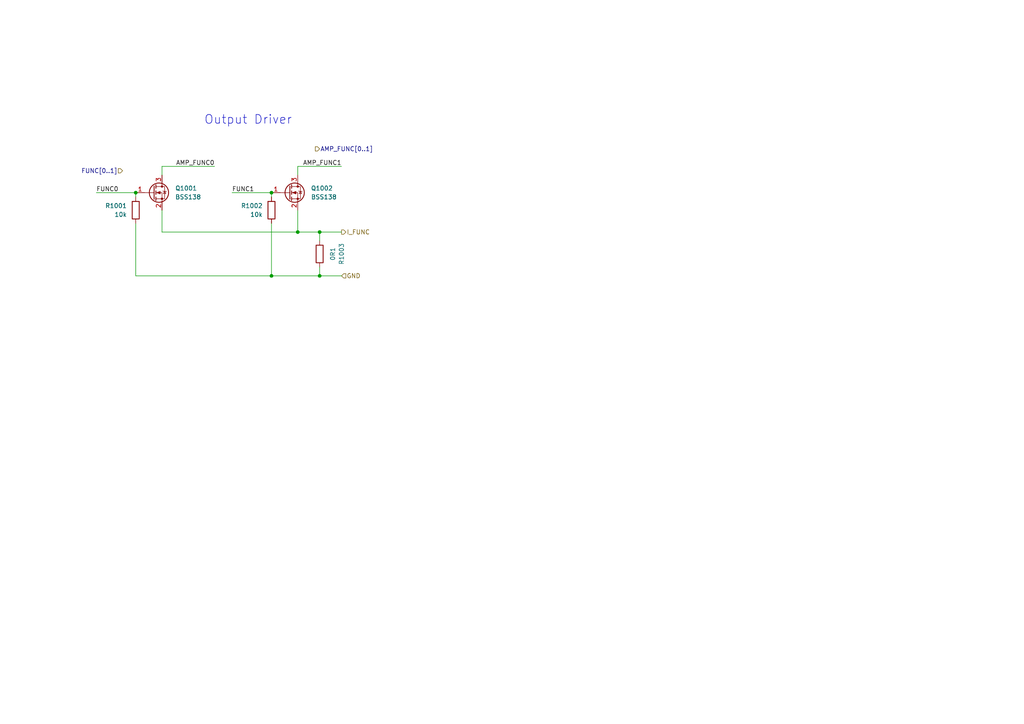
<source format=kicad_sch>
(kicad_sch (version 20231120) (generator "eeschema") (generator_version "8.0")
  (paper "A4")
  (title_block (title "xDuinoRail - RailcomDecoder - Development Kit \"Hermes\"") (date "2026-01-11") (rev "v1.0a") (company "Chatelain Engineering, Bern - CH"))
  (lib_symbols
    (symbol "Device:R" (pin_numbers hide) (pin_names (offset 0))
      (property "Reference" "R" (at 2.032 0 90))
      (property "Value" "R" (at 0 0 90))
      (symbol "R_0_1"
        (rectangle (start -1.016 -2.54) (end 1.016 2.54) (stroke (width 0.254)))
      )
      (symbol "R_1_1"
        (pin passive line (at 0 3.81 270) (length 1.27) (name "~") (number "1"))
        (pin passive line (at 0 -3.81 90) (length 1.27) (name "~") (number "2"))
      )
    )
    (symbol "Transistor_FET:BSS138" (pin_names hide)
      (property "Reference" "Q" (at 5.08 1.905 0))
      (property "Value" "BSS138" (at 5.08 0 0))
      (symbol "BSS138_0_1"
        (polyline (pts (xy 0.254 0) (xy -2.54 0)))
        (polyline (pts (xy 0.254 1.905) (xy 0.254 -1.905)) (stroke (width 0.254)))
        (polyline (pts (xy 0.762 -1.27) (xy 0.762 -2.286)) (stroke (width 0.254)))
        (polyline (pts (xy 0.762 0.508) (xy 0.762 -0.508)) (stroke (width 0.254)))
        (polyline (pts (xy 0.762 2.286) (xy 0.762 1.27)) (stroke (width 0.254)))
        (polyline (pts (xy 2.54 2.54) (xy 2.54 1.778)))
        (polyline (pts (xy 2.54 -2.54) (xy 2.54 0) (xy 0.762 0)))
        (polyline (pts (xy 0.762 -1.778) (xy 3.302 -1.778) (xy 3.302 1.778) (xy 0.762 1.778)))
        (polyline (pts (xy 1.016 0) (xy 2.032 0.381) (xy 2.032 -0.381) (xy 1.016 0)) (fill (type outline)))
        (polyline (pts (xy 2.794 0.508) (xy 2.921 0.381) (xy 3.683 0.381) (xy 3.81 0.254)))
        (polyline (pts (xy 3.302 0.381) (xy 2.921 -0.254) (xy 3.683 -0.254) (xy 3.302 0.381)))
        (circle (center 1.651 0) (radius 2.794) (stroke (width 0.254)))
        (circle (center 2.54 -1.778) (radius 0.254) (fill (type outline)))
        (circle (center 2.54 1.778) (radius 0.254) (fill (type outline)))
      )
      (symbol "BSS138_1_1"
        (pin input line (at -5.08 0 0) (length 2.54) (name "G") (number "1"))
        (pin passive line (at 2.54 -5.08 90) (length 2.54) (name "S") (number "2"))
        (pin passive line (at 2.54 5.08 270) (length 2.54) (name "D") (number "3"))
      )
    )
  )
  (junction (at 78.74 80.01))
  (junction (at 39.37 55.88))
  (junction (at 92.71 80.01))
  (junction (at 92.71 67.31))
  (junction (at 78.74 55.88))
  (junction (at 86.36 67.31))
  (wire (pts (xy 92.71 80.01) (xy 99.06 80.01)))
  (wire (pts (xy 86.36 60.96) (xy 86.36 67.31)))
  (wire (pts (xy 46.99 60.96) (xy 46.99 67.31)))
  (wire (pts (xy 78.74 80.01) (xy 92.71 80.01)))
  (wire (pts (xy 46.99 48.26) (xy 62.23 48.26)))
  (wire (pts (xy 78.74 64.77) (xy 78.74 80.01)))
  (wire (pts (xy 39.37 80.01) (xy 78.74 80.01)))
  (wire (pts (xy 46.99 67.31) (xy 86.36 67.31)))
  (wire (pts (xy 39.37 64.77) (xy 39.37 80.01)))
  (wire (pts (xy 92.71 67.31) (xy 99.06 67.31)))
  (wire (pts (xy 78.74 57.15) (xy 78.74 55.88)))
  (wire (pts (xy 39.37 57.15) (xy 39.37 55.88)))
  (wire (pts (xy 86.36 50.8) (xy 86.36 48.26)))
  (wire (pts (xy 86.36 67.31) (xy 92.71 67.31)))
  (wire (pts (xy 86.36 48.26) (xy 99.06 48.26)))
  (wire (pts (xy 67.31 55.88) (xy 78.74 55.88)))
  (wire (pts (xy 92.71 67.31) (xy 92.71 69.85)))
  (wire (pts (xy 27.94 55.88) (xy 39.37 55.88)))
  (wire (pts (xy 46.99 48.26) (xy 46.99 50.8)))
  (wire (pts (xy 92.71 80.01) (xy 92.71 77.47)))
  (text "Output Driver" (at 59.182 36.322 0) (effects (font (size 2.54 2.54)) (justify left bottom)))
  (label "FUNC0" (at 27.94 55.88 0))
  (label "AMP_FUNC1" (at 99.06 48.26 180))
  (label "AMP_FUNC0" (at 62.23 48.26 180))
  (label "FUNC1" (at 67.31 55.88 0))
  (hierarchical_label "FUNC[0..1]" (shape input) (at 35.56 49.53 180))
  (hierarchical_label "AMP_FUNC[0..1]" (shape output) (at 91.44 43.18 0))
  (hierarchical_label "GND" (shape input) (at 99.06 80.01 0))
  (hierarchical_label "I_FUNC" (shape output) (at 99.06 67.31 0))
  (symbol (lib_id "Device:R") (at 78.74 60.96 0) (mirror y) (unit 1)
    (property "Reference" "R1002" (at 76.2 59.6899 0) (effects (justify left)))
    (property "Value" "10k" (at 76.2 62.2299 0) (effects (justify left)))
    (property "Footprint" "Resistor_SMD:R_0603_1608Metric_Pad0.98x0.95mm_HandSolder" (effects (hide yes)))
    (property "Description" "Resistor" (effects (hide yes)))
    (property "OLI_ID" "10k_0603" (effects (hide yes)))
  )
  (symbol (lib_id "Device:R") (at 92.71 73.66 180) (unit 1)
    (property "Reference" "R1003" (at 99.06 73.66 90))
    (property "Value" "0R1" (at 96.52 73.66 90))
    (property "Footprint" "Resistor_SMD:R_1206_3216Metric_Pad1.30x1.75mm_HandSolder" (effects (hide yes)))
    (property "Description" "Resistor" (effects (hide yes)))
    (property "OLI_ID" "0R1_1206" (effects (hide yes)))
    (property "Sim.Device" "R" (effects (hide yes)))
    (property "Sim.Pins" "1=+ 2=-" (effects (hide yes)))
  )
  (symbol (lib_id "Device:R") (at 39.37 60.96 0) (mirror y) (unit 1)
    (property "Reference" "R1001" (at 36.83 59.6899 0) (effects (justify left)))
    (property "Value" "10k" (at 36.83 62.2299 0) (effects (justify left)))
    (property "Footprint" "Resistor_SMD:R_0603_1608Metric_Pad0.98x0.95mm_HandSolder" (effects (hide yes)))
    (property "Description" "Resistor" (effects (hide yes)))
    (property "OLI_ID" "10k_0603" (effects (hide yes)))
  )
  (symbol (lib_id "Transistor_FET:BSS138") (at 44.45 55.88 0) (unit 1)
    (property "Reference" "Q1001" (at 50.8 54.6099 0) (effects (justify left)))
    (property "Value" "BSS138" (at 50.8 57.1499 0) (effects (justify left)))
    (property "Footprint" "Package_TO_SOT_SMD:SOT-23" (effects (hide yes)))
    (property "Datasheet" "https://www.onsemi.com/pub/Collateral/BSS138-D.PDF" (effects (hide yes)))
    (property "Description" "50V Vds, 0.22A Id, N-Channel MOSFET, SOT-23" (effects (hide yes)))
    (property "OLI_ID" "BSS138_SOT-23" (effects (hide yes)))
  )
  (symbol (lib_id "Transistor_FET:BSS138") (at 83.82 55.88 0) (unit 1)
    (property "Reference" "Q1002" (at 90.17 54.6099 0) (effects (justify left)))
    (property "Value" "BSS138" (at 90.17 57.1499 0) (effects (justify left)))
    (property "Footprint" "Package_TO_SOT_SMD:SOT-23" (effects (hide yes)))
    (property "Datasheet" "https://www.onsemi.com/pub/Collateral/BSS138-D.PDF" (effects (hide yes)))
    (property "Description" "50V Vds, 0.22A Id, N-Channel MOSFET, SOT-23" (effects (hide yes)))
    (property "OLI_ID" "BSS138_SOT-23" (effects (hide yes)))
  )
)
</source>
